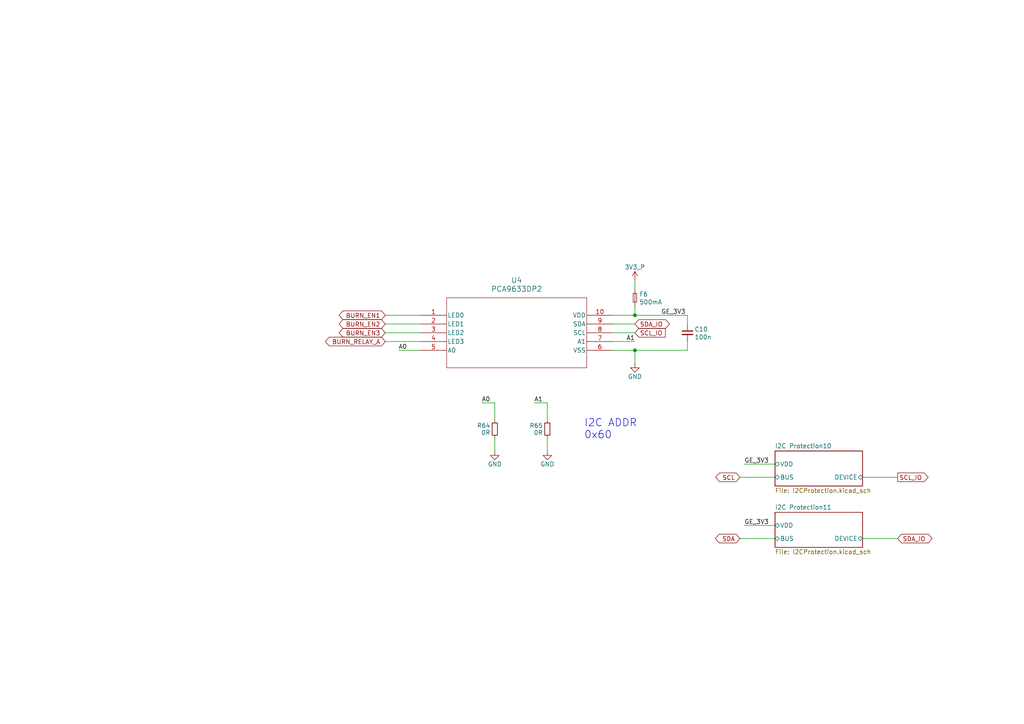
<source format=kicad_sch>
(kicad_sch (version 20250114) (generator "eeschema") (generator_version "9.0")
  (paper "A4")
  (title_block (title "Argus -Z Panel") (date "2025-06-23") (rev "Rev 5.0") (company "N. Khera") (comment 1 "V. Rajesh") (comment 2 "A. Sahay"))
  (lib_symbols
    (symbol "Argus-IC:PCA9633DP2" (pin_names (offset 0.254))
      (property "Reference" "U" (at 27.94 10.16 0))
      (property "Value" "PCA9633DP2" (at 27.94 7.62 0))
      (symbol "PCA9633DP2_0_1"
        (polyline (pts (xy 7.62 5.08) (xy 7.62 -15.24)) (stroke (width 0.127)))
        (polyline (pts (xy 7.62 -15.24) (xy 48.26 -15.24)) (stroke (width 0.127)))
        (polyline (pts (xy 48.26 5.08) (xy 7.62 5.08)) (stroke (width 0.127)))
        (polyline (pts (xy 48.26 -15.24) (xy 48.26 5.08)) (stroke (width 0.127)))
        (pin unspecified line (at 0 0 0) (length 7.62) (name "LED0") (number "1"))
        (pin unspecified line (at 0 -2.54 0) (length 7.62) (name "LED1") (number "2"))
        (pin unspecified line (at 0 -5.08 0) (length 7.62) (name "LED2") (number "3"))
        (pin unspecified line (at 0 -7.62 0) (length 7.62) (name "LED3") (number "4"))
        (pin unspecified line (at 0 -10.16 0) (length 7.62) (name "A0") (number "5"))
        (pin unspecified line (at 55.88 0 180) (length 7.62) (name "VDD") (number "10"))
        (pin unspecified line (at 55.88 -2.54 180) (length 7.62) (name "SDA") (number "9"))
        (pin unspecified line (at 55.88 -5.08 180) (length 7.62) (name "SCL") (number "8"))
        (pin unspecified line (at 55.88 -7.62 180) (length 7.62) (name "A1") (number "7"))
        (pin unspecified line (at 55.88 -10.16 180) (length 7.62) (name "VSS") (number "6"))
      )
    )
    (symbol "Device:C_Small" (pin_numbers (hide yes)) (pin_names (offset 0.254) (hide yes))
      (property "Reference" "C" (at 0.254 1.778 0))
      (property "Value" "C_Small" (at 0.254 -2.032 0))
      (symbol "C_Small_0_1"
        (polyline (pts (xy -1.524 0.508) (xy 1.524 0.508)) (stroke (width 0.3048)))
        (polyline (pts (xy -1.524 -0.508) (xy 1.524 -0.508)) (stroke (width 0.3302)))
      )
      (symbol "C_Small_1_1"
        (pin passive line (at 0 2.54 270) (length 2.032) (name "~") (number "1"))
        (pin passive line (at 0 -2.54 90) (length 2.032) (name "~") (number "2"))
      )
    )
    (symbol "Device:Fuse_Small" (pin_numbers (hide yes)) (pin_names (offset 0.254) (hide yes))
      (property "Reference" "F" (at 0 -1.524 0))
      (property "Value" "Fuse_Small" (at 0 1.524 0))
      (symbol "Fuse_Small_0_1"
        (rectangle (start -1.27 0.508) (end 1.27 -0.508))
        (polyline (pts (xy -1.27 0) (xy 1.27 0)))
      )
      (symbol "Fuse_Small_1_1"
        (pin passive line (at -2.54 0 0) (length 1.27) (name "~") (number "1"))
        (pin passive line (at 2.54 0 180) (length 1.27) (name "~") (number "2"))
      )
    )
    (symbol "Device:R_Small" (pin_numbers (hide yes)) (pin_names (offset 0.254) (hide yes))
      (property "Reference" "R" (at 0.762 0.508 0))
      (property "Value" "R_Small" (at 0.762 -1.016 0))
      (symbol "R_Small_0_1"
        (rectangle (start -0.762 1.778) (end 0.762 -1.778) (stroke (width 0.2032)))
      )
      (symbol "R_Small_1_1"
        (pin passive line (at 0 2.54 270) (length 0.762) (name "~") (number "1"))
        (pin passive line (at 0 -2.54 90) (length 0.762) (name "~") (number "2"))
      )
    )
    (symbol "power:+3.3V" (power) (pin_numbers (hide yes)) (pin_names (offset 0) (hide yes))
      (property "Value" "+3.3V" (at 0 3.556 0))
      (symbol "+3.3V_0_1"
        (polyline (pts (xy -0.762 1.27) (xy 0 2.54)))
        (polyline (pts (xy 0 2.54) (xy 0.762 1.27)))
        (polyline (pts (xy 0 0) (xy 0 2.54)))
      )
      (symbol "+3.3V_1_1"
        (pin power_in line (at 0 0 90) (length 0) (name "~") (number "1"))
      )
    )
    (symbol "power:GND" (power) (pin_numbers (hide yes)) (pin_names (offset 0) (hide yes))
      (property "Value" "GND" (at 0 -3.81 0))
      (symbol "GND_0_1"
        (polyline (pts (xy 0 0) (xy 0 -1.27) (xy 1.27 -1.27) (xy 0 -2.54) (xy -1.27 -1.27) (xy 0 -1.27)))
      )
      (symbol "GND_1_1"
        (pin power_in line (at 0 0 270) (length 0) (name "~") (number "1"))
      )
    )
  )
  (text "I2C ADDR\n0x60" (at 169.418 127.508 0) (effects (font (size 2.159 2.159)) (justify left bottom)))
  (junction (at 184.15 101.6))
  (junction (at 184.15 91.44))
  (wire (pts (xy 184.15 101.6) (xy 184.15 105.41)))
  (wire (pts (xy 111.76 99.06) (xy 121.92 99.06)))
  (wire (pts (xy 111.76 93.98) (xy 121.92 93.98)))
  (wire (pts (xy 111.76 96.52) (xy 121.92 96.52)))
  (wire (pts (xy 177.8 96.52) (xy 184.15 96.52)))
  (wire (pts (xy 250.19 138.43) (xy 260.35 138.43)))
  (wire (pts (xy 139.7 116.84) (xy 143.51 116.84)))
  (wire (pts (xy 199.39 99.06) (xy 199.39 101.6)))
  (wire (pts (xy 184.15 81.28) (xy 184.15 83.82)))
  (wire (pts (xy 115.57 101.6) (xy 121.92 101.6)))
  (wire (pts (xy 214.63 138.43) (xy 224.79 138.43)))
  (wire (pts (xy 177.8 91.44) (xy 184.15 91.44)))
  (wire (pts (xy 224.79 134.62) (xy 215.9 134.62)))
  (wire (pts (xy 184.15 88.9) (xy 184.15 91.44)))
  (wire (pts (xy 177.8 101.6) (xy 184.15 101.6)))
  (wire (pts (xy 158.75 116.84) (xy 158.75 121.92)))
  (wire (pts (xy 154.94 116.84) (xy 158.75 116.84)))
  (wire (pts (xy 143.51 127) (xy 143.51 130.81)))
  (wire (pts (xy 199.39 101.6) (xy 184.15 101.6)))
  (wire (pts (xy 214.63 156.21) (xy 224.79 156.21)))
  (wire (pts (xy 158.75 127) (xy 158.75 130.81)))
  (wire (pts (xy 250.19 156.21) (xy 260.35 156.21)))
  (wire (pts (xy 143.51 116.84) (xy 143.51 121.92)))
  (wire (pts (xy 184.15 91.44) (xy 199.39 91.44)))
  (wire (pts (xy 199.39 91.44) (xy 199.39 93.98)))
  (wire (pts (xy 177.8 93.98) (xy 184.15 93.98)))
  (wire (pts (xy 177.8 99.06) (xy 184.15 99.06)))
  (wire (pts (xy 111.76 91.44) (xy 121.92 91.44)))
  (wire (pts (xy 224.79 152.4) (xy 215.9 152.4)))
  (label "GE_3V3" (at 215.9 134.62 0))
  (label "GE_3V3" (at 191.77 91.44 0))
  (label "GE_3V3" (at 215.9 152.4 0))
  (label "A0" (at 115.57 101.6 0))
  (label "A0" (at 139.7 116.84 0))
  (label "A1" (at 184.15 99.06 180))
  (label "A1" (at 154.94 116.84 0))
  (global_label "SDA_IO" (shape bidirectional) (at 260.35 156.21 0) (property "Intersheetrefs" "${INTERSHEET_REFS}" (effects (hide yes))))
  (global_label "BURN_RELAY_A" (shape bidirectional) (at 111.76 99.06 180) (property "Intersheetrefs" "${INTERSHEET_REFS}" (effects (hide yes))))
  (global_label "BURN_EN1" (shape bidirectional) (at 111.76 91.44 180) (property "Intersheetrefs" "${INTERSHEET_REFS}" (effects (hide yes))))
  (global_label "SDA_IO" (shape bidirectional) (at 184.15 93.98 0) (property "Intersheetrefs" "${INTERSHEET_REFS}" (effects (hide yes))))
  (global_label "SCL_IO" (shape input) (at 184.15 96.52 0) (property "Intersheetrefs" "${INTERSHEET_REFS}" (effects (hide yes))))
  (global_label "SDA" (shape bidirectional) (at 214.63 156.21 180) (property "Intersheetrefs" "${INTERSHEET_REFS}" (effects (hide yes))))
  (global_label "SCL" (shape bidirectional) (at 214.63 138.43 180) (property "Intersheetrefs" "${INTERSHEET_REFS}" (effects (hide yes))))
  (global_label "BURN_EN2" (shape bidirectional) (at 111.76 93.98 180) (property "Intersheetrefs" "${INTERSHEET_REFS}" (effects (hide yes))))
  (global_label "BURN_EN3" (shape bidirectional) (at 111.76 96.52 180) (property "Intersheetrefs" "${INTERSHEET_REFS}" (effects (hide yes))))
  (global_label "SCL_IO" (shape output) (at 260.35 138.43 0) (property "Intersheetrefs" "${INTERSHEET_REFS}" (effects (hide yes))))
  (symbol (lib_id "Argus-IC:PCA9633DP2") (at 121.92 91.44 0) (unit 1)
    (property "Reference" "U4" (at 149.86 81.28 0) (effects (font (size 1.524 1.524))))
    (property "Value" "PCA9633DP2" (at 149.86 83.82 0) (effects (font (size 1.524 1.524))))
    (property "Footprint" "Argus-IC:SOT552-1_NXP" (effects (hide yes)))
    (property "Datasheet" "PCA9633DP2" (effects (hide yes)))
  )
  (symbol (lib_id "power:+3.3V") (at 184.15 81.28 0) (unit 1)
    (property "Reference" "#PWR020" (effects (hide yes)))
    (property "Value" "3V3_P" (at 184.15 77.47 0))
    (property "Description" "Power symbol creates a global label with name \"+3.3V\"" (effects (hide yes)))
  )
  (symbol (lib_id "Device:R_Small") (at 143.51 124.46 0) (mirror x) (unit 1)
    (property "Reference" "R64" (at 142.24 123.444 0) (effects (justify right)))
    (property "Value" "0R" (at 142.24 125.476 0) (effects (justify right)))
    (property "Footprint" "Resistor_SMD:R_0603_1608Metric" (effects (hide yes)))
    (property "Description" "Resistor, small symbol" (effects (hide yes)))
  )
  (symbol (lib_id "Device:C_Small") (at 199.39 96.52 0) (unit 1)
    (property "Reference" "C10" (at 201.422 95.504 0) (effects (justify left)))
    (property "Value" "100n" (at 201.422 97.79 0) (effects (justify left)))
    (property "Footprint" "Capacitor_SMD:C_0603_1608Metric" (effects (hide yes)))
    (property "Description" "3.3nF +-10% 100V X7R 0603" (effects (hide yes)))
  )
  (symbol (lib_id "Device:Fuse_Small") (at 184.15 86.36 90) (unit 1)
    (property "Reference" "F6" (at 185.42 85.344 90) (effects (justify right)))
    (property "Value" "500mA" (at 185.42 87.6299 90) (effects (justify right)))
    (property "Footprint" "Fuse:Fuse_0603_1608Metric" (effects (hide yes)))
    (property "Description" "Fuse, small symbol" (effects (hide yes)))
  )
  (symbol (lib_id "power:GND") (at 184.15 105.41 0) (unit 1)
    (property "Reference" "#PWR015" (effects (hide yes)))
    (property "Value" "GND" (at 184.15 109.22 0))
    (property "Description" "Power symbol creates a global label with name \"GND\" , ground" (effects (hide yes)))
  )
  (symbol (lib_id "power:GND") (at 143.51 130.81 0) (unit 1)
    (property "Reference" "#PWR017" (effects (hide yes)))
    (property "Value" "GND" (at 143.51 134.62 0))
    (property "Description" "Power symbol creates a global label with name \"GND\" , ground" (effects (hide yes)))
  )
  (symbol (lib_id "power:GND") (at 158.75 130.81 0) (unit 1)
    (property "Reference" "#PWR019" (effects (hide yes)))
    (property "Value" "GND" (at 158.75 134.62 0))
    (property "Description" "Power symbol creates a global label with name \"GND\" , ground" (effects (hide yes)))
  )
  (symbol (lib_id "Device:R_Small") (at 158.75 124.46 0) (mirror x) (unit 1)
    (property "Reference" "R65" (at 157.48 123.444 0) (effects (justify right)))
    (property "Value" "0R" (at 157.48 125.476 0) (effects (justify right)))
    (property "Footprint" "Resistor_SMD:R_0603_1608Metric" (effects (hide yes)))
    (property "Description" "Resistor, small symbol" (effects (hide yes)))
  )
  (sheet (at 224.79 130.81) (size 25.4 10.16) (stroke (width 0.1524))
    (property "Sheetname" "I2C Protection10" (at 224.79 130.0984 0) (effects (justify left bottom)))
    (property "Sheetfile" "I2CProtection.kicad_sch" (at 224.79 141.5546 0) (effects (justify left top)))
    (pin "DEVICE" bidirectional (at 250.19 138.43 0))
    (pin "BUS" bidirectional (at 224.79 138.43 180))
    (pin "VDD" bidirectional (at 224.79 134.62 180))
  )
  (sheet (at 224.79 148.59) (size 25.4 10.16) (stroke (width 0.1524))
    (property "Sheetname" "I2C Protection11" (at 224.79 147.8784 0) (effects (justify left bottom)))
    (property "Sheetfile" "I2CProtection.kicad_sch" (at 224.79 159.3346 0) (effects (justify left top)))
    (pin "DEVICE" bidirectional (at 250.19 156.21 0))
    (pin "BUS" bidirectional (at 224.79 156.21 180))
    (pin "VDD" bidirectional (at 224.79 152.4 180))
  )
)
</source>
